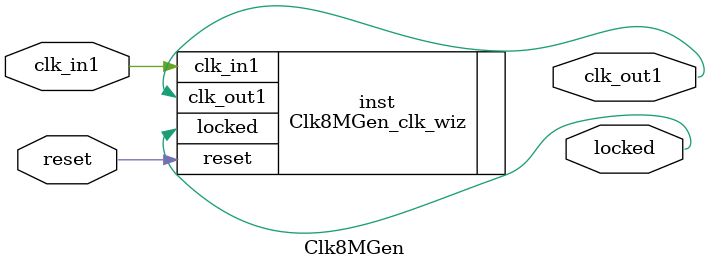
<source format=v>


`timescale 1ps/1ps

(* CORE_GENERATION_INFO = "Clk8MGen,clk_wiz_v6_0_1_0_0,{component_name=Clk8MGen,use_phase_alignment=true,use_min_o_jitter=false,use_max_i_jitter=false,use_dyn_phase_shift=false,use_inclk_switchover=false,use_dyn_reconfig=false,enable_axi=0,feedback_source=FDBK_AUTO,PRIMITIVE=MMCM,num_out_clk=1,clkin1_period=30.517,clkin2_period=10.0,use_power_down=false,use_reset=true,use_locked=true,use_inclk_stopped=false,feedback_type=SINGLE,CLOCK_MGR_TYPE=NA,manual_override=false}" *)

module Clk8MGen 
 (
  // Clock out ports
  output        clk_out1,
  // Status and control signals
  input         reset,
  output        locked,
 // Clock in ports
  input         clk_in1
 );

  Clk8MGen_clk_wiz inst
  (
  // Clock out ports  
  .clk_out1(clk_out1),
  // Status and control signals               
  .reset(reset), 
  .locked(locked),
 // Clock in ports
  .clk_in1(clk_in1)
  );

endmodule

</source>
